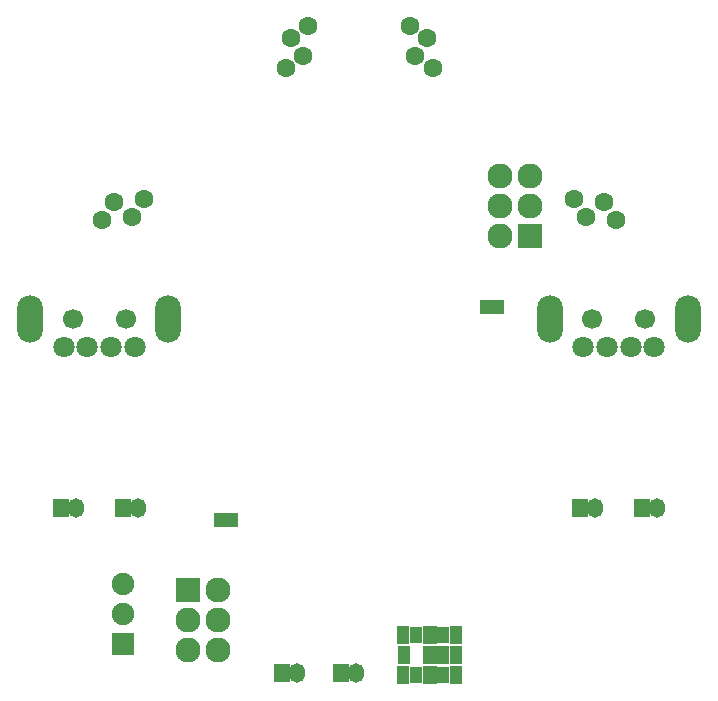
<source format=gbs>
G04 #@! TF.FileFunction,Soldermask,Bot*
%FSLAX46Y46*%
G04 Gerber Fmt 4.6, Leading zero omitted, Abs format (unit mm)*
G04 Created by KiCad (PCBNEW 4.0.1-stable) date 2016/12/03 22:11:57*
%MOMM*%
G01*
G04 APERTURE LIST*
%ADD10C,0.100000*%
%ADD11C,1.800000*%
%ADD12O,2.200000X4.000000*%
%ADD13C,1.700000*%
%ADD14R,2.127200X2.127200*%
%ADD15O,2.127200X2.127200*%
%ADD16R,1.350000X1.650000*%
%ADD17O,1.350000X1.650000*%
%ADD18R,1.200000X1.500000*%
%ADD19R,1.100000X1.500000*%
%ADD20R,1.100000X1.400000*%
%ADD21R,1.000000X1.500000*%
%ADD22C,1.600000*%
%ADD23R,1.900000X1.900000*%
%ADD24O,1.900000X1.900000*%
%ADD25R,2.000000X1.200000*%
G04 APERTURE END LIST*
D10*
D11*
X162000000Y-128400000D03*
X164000000Y-128400000D03*
X166000000Y-128400000D03*
X168000000Y-128400000D03*
D12*
X170850000Y-126000000D03*
X159150000Y-126000000D03*
D13*
X167250000Y-126000000D03*
X162750000Y-126000000D03*
D14*
X157500000Y-119000000D03*
D15*
X154960000Y-119000000D03*
X157500000Y-116460000D03*
X154960000Y-116460000D03*
X157500000Y-113920000D03*
X154960000Y-113920000D03*
D14*
X128500000Y-149000000D03*
D15*
X131040000Y-149000000D03*
X128500000Y-151540000D03*
X131040000Y-151540000D03*
X128500000Y-154080000D03*
X131040000Y-154080000D03*
D16*
X136500000Y-156000000D03*
D17*
X137750000Y-156000000D03*
D16*
X141500000Y-156000000D03*
D17*
X142750000Y-156000000D03*
D18*
X149000000Y-154500000D03*
D19*
X146750000Y-152800000D03*
D20*
X147850000Y-152800000D03*
D18*
X149000000Y-152800000D03*
D20*
X150150000Y-152800000D03*
D19*
X151250000Y-152800000D03*
D21*
X151200000Y-154500000D03*
D19*
X151250000Y-156200000D03*
D20*
X150150000Y-156200000D03*
D18*
X149000000Y-156200000D03*
D20*
X147850000Y-156200000D03*
D19*
X146750000Y-156200000D03*
D21*
X146800000Y-154500000D03*
D19*
X150150000Y-154500000D03*
D22*
X122234833Y-116110688D03*
X124765167Y-115889312D03*
X121234833Y-117610688D03*
X123765167Y-117389312D03*
X136779467Y-104750706D03*
X137220533Y-102249294D03*
X138279467Y-103750706D03*
X138720533Y-101249294D03*
X147279467Y-101249294D03*
X147720533Y-103750706D03*
X148779467Y-102249294D03*
X149220533Y-104750706D03*
X161234833Y-115889312D03*
X163765167Y-116110688D03*
X162234833Y-117389312D03*
X164765167Y-117610688D03*
D23*
X123000000Y-153500000D03*
D24*
X123000000Y-150960000D03*
X123000000Y-148420000D03*
D16*
X117750000Y-142000000D03*
D17*
X119000000Y-142000000D03*
D16*
X123000000Y-142000000D03*
D17*
X124250000Y-142000000D03*
D11*
X118000000Y-128400000D03*
X120000000Y-128400000D03*
X122000000Y-128400000D03*
X124000000Y-128400000D03*
D12*
X126850000Y-126000000D03*
X115150000Y-126000000D03*
D13*
X123250000Y-126000000D03*
X118750000Y-126000000D03*
D16*
X161750000Y-142000000D03*
D17*
X163000000Y-142000000D03*
D16*
X167000000Y-142000000D03*
D17*
X168250000Y-142000000D03*
D25*
X154250000Y-125000000D03*
X131750000Y-143000000D03*
M02*

</source>
